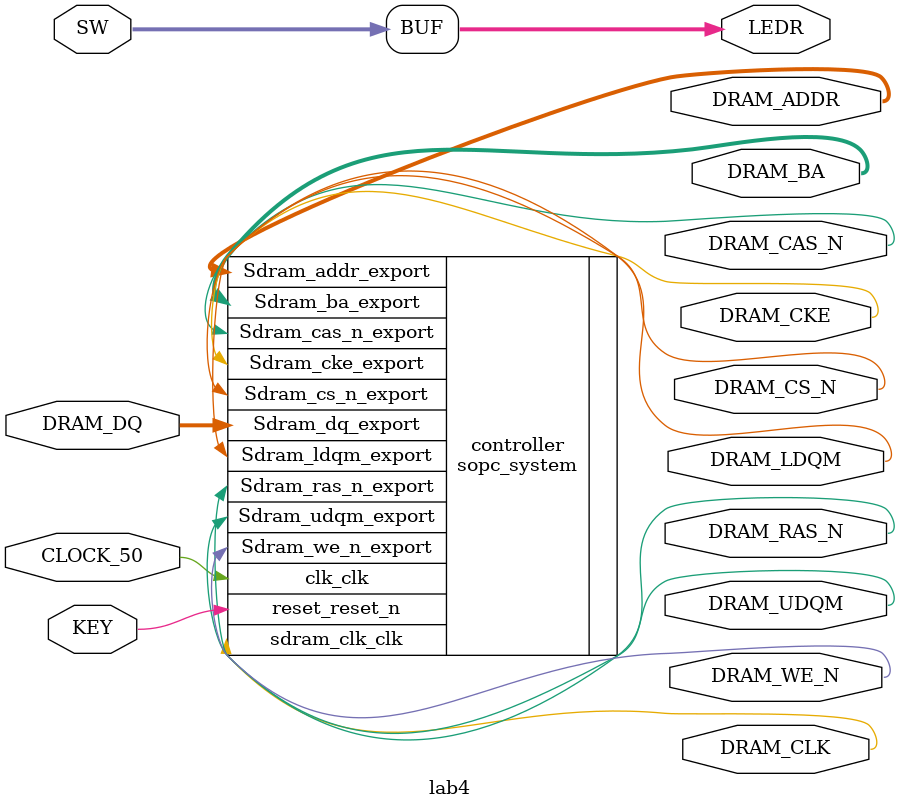
<source format=v>
/*****************************************************************************
 *                                                                           *
 * Module:       Lab4                                                       *
 * Description:                                                              *
 *      This module is the top level module of MT3TB4 Lab 4                    *
 *                                                                           *
 *****************************************************************************/

module lab4 (
input				CLOCK_50,	
input		[0:0]	KEY, 
input 	[7:0] SW,               //for reset
output 	[7:0] LEDR,

// Bidirectionals
inout		[15:0]		DRAM_DQ,

// Outputs

output		[12:0]	DRAM_ADDR,
output 		[1:0]		DRAM_BA,
output					DRAM_LDQM,  //data mask; when it is low, the DQ is valid for reading and writing. 
output					DRAM_UDQM,
output					DRAM_RAS_N,
output 					DRAM_CAS_N,
output 					DRAM_CLK,
output					DRAM_CKE,
output 					DRAM_WE_N,
output 					DRAM_CS_N


);


// Internal Wires



assign LEDR=SW;

//Instantiate your sopc_system module generated by Platform Designer.  


sopc_system  controller (
		// example ports 
		.clk_clk(CLOCK_50),              //           clk.clk
		.reset_reset_n(KEY[0]),         //         reset.reset_n
		.sdram_clk_clk(DRAM_CLK),
		// more ports
		.Sdram_addr_export(DRAM_ADDR),
		.Sdram_ba_export(DRAM_BA),
		.Sdram_cas_n_export(DRAM_CAS_N),
		.Sdram_cke_export(DRAM_CKE),
		.Sdram_cs_n_export(DRAM_CS_N),
		.Sdram_dq_export(DRAM_DQ),
		.Sdram_ldqm_export(DRAM_LDQM),
		.Sdram_ras_n_export(DRAM_RAS_N),
		.Sdram_udqm_export(DRAM_UDQM),
		.Sdram_we_n_export(DRAM_WE_N)
	);
	
endmodule
</source>
